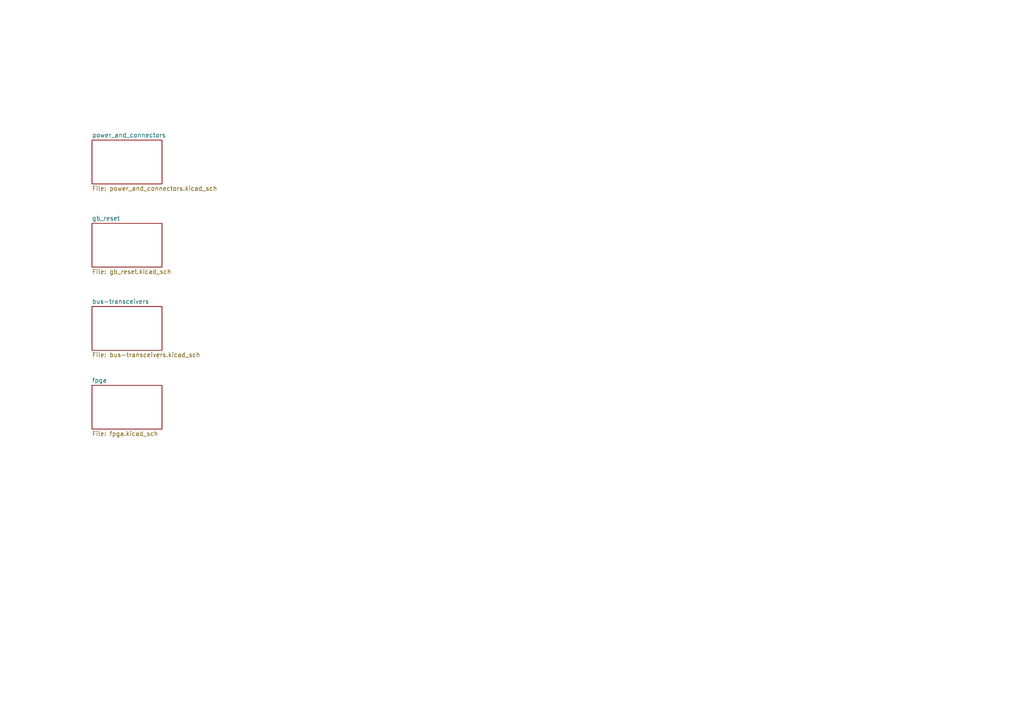
<source format=kicad_sch>
(kicad_sch (version 20211123) (generator eeschema)

  (uuid e63e39d7-6ac0-4ffd-8aa3-1841a4541b55)

  (paper "A4")

  (lib_symbols
  )


  (sheet (at 26.67 40.64) (size 20.32 12.7) (fields_autoplaced)
    (stroke (width 0.1524) (type solid) (color 0 0 0 0))
    (fill (color 0 0 0 0.0000))
    (uuid 4ef07d45-f940-4cb6-bb96-2ddec13fd099)
    (property "Sheet name" "power_and_connectors" (id 0) (at 26.67 39.9284 0)
      (effects (font (size 1.27 1.27)) (justify left bottom))
    )
    (property "Sheet file" "power_and_connectors.kicad_sch" (id 1) (at 26.67 53.9246 0)
      (effects (font (size 1.27 1.27)) (justify left top))
    )
  )

  (sheet (at 26.67 88.9) (size 20.32 12.7) (fields_autoplaced)
    (stroke (width 0.1524) (type solid) (color 0 0 0 0))
    (fill (color 0 0 0 0.0000))
    (uuid 67020394-371c-451d-9641-dd6c212cfc5e)
    (property "Sheet name" "bus-transceivers" (id 0) (at 26.67 88.1884 0)
      (effects (font (size 1.27 1.27)) (justify left bottom))
    )
    (property "Sheet file" "bus-transceivers.kicad_sch" (id 1) (at 26.67 102.1846 0)
      (effects (font (size 1.27 1.27)) (justify left top))
    )
  )

  (sheet (at 26.67 64.77) (size 20.32 12.7) (fields_autoplaced)
    (stroke (width 0.1524) (type solid) (color 0 0 0 0))
    (fill (color 0 0 0 0.0000))
    (uuid 76bc839d-93e8-4c60-b95d-ac552335ae99)
    (property "Sheet name" "gb_reset" (id 0) (at 26.67 64.0584 0)
      (effects (font (size 1.27 1.27)) (justify left bottom))
    )
    (property "Sheet file" "gb_reset.kicad_sch" (id 1) (at 26.67 78.0546 0)
      (effects (font (size 1.27 1.27)) (justify left top))
    )
  )

  (sheet (at 26.67 111.76) (size 20.32 12.7) (fields_autoplaced)
    (stroke (width 0.1524) (type solid) (color 0 0 0 0))
    (fill (color 0 0 0 0.0000))
    (uuid 89c162de-8374-4cb6-9c74-abac2a052a8d)
    (property "Sheet name" "fpga" (id 0) (at 26.67 111.0484 0)
      (effects (font (size 1.27 1.27)) (justify left bottom))
    )
    (property "Sheet file" "fpga.kicad_sch" (id 1) (at 26.67 125.0446 0)
      (effects (font (size 1.27 1.27)) (justify left top))
    )
  )

  (sheet_instances
    (path "/" (page "1"))
    (path "/4ef07d45-f940-4cb6-bb96-2ddec13fd099" (page "2"))
    (path "/76bc839d-93e8-4c60-b95d-ac552335ae99" (page "3"))
    (path "/67020394-371c-451d-9641-dd6c212cfc5e" (page "4"))
    (path "/89c162de-8374-4cb6-9c74-abac2a052a8d" (page "5"))
  )

  (symbol_instances
    (path "/4ef07d45-f940-4cb6-bb96-2ddec13fd099/abce1f8a-c899-4c54-bc0a-d151dd2ea379"
      (reference "#PWR01") (unit 1) (value "GND") (footprint "")
    )
    (path "/4ef07d45-f940-4cb6-bb96-2ddec13fd099/329b6ec3-bab9-46aa-ad8b-3119c6de4a40"
      (reference "#PWR02") (unit 1) (value "+5V") (footprint "")
    )
    (path "/4ef07d45-f940-4cb6-bb96-2ddec13fd099/e5213f49-ae70-4e6b-9707-62423def5ab0"
      (reference "#PWR03") (unit 1) (value "GND") (footprint "")
    )
    (path "/4ef07d45-f940-4cb6-bb96-2ddec13fd099/b4a44bee-ae2f-4e0d-a41d-0288a45530be"
      (reference "#PWR04") (unit 1) (value "GND") (footprint "")
    )
    (path "/4ef07d45-f940-4cb6-bb96-2ddec13fd099/f5d0d74b-e372-4fad-a77c-6c2dfbdfa801"
      (reference "#PWR05") (unit 1) (value "GND") (footprint "")
    )
    (path "/4ef07d45-f940-4cb6-bb96-2ddec13fd099/f82626d3-2e0c-48d8-8209-8d57659ce13f"
      (reference "#PWR06") (unit 1) (value "GND") (footprint "")
    )
    (path "/4ef07d45-f940-4cb6-bb96-2ddec13fd099/bafa4aa2-3c3c-4fd2-aabf-55ab11060241"
      (reference "#PWR07") (unit 1) (value "GND") (footprint "")
    )
    (path "/4ef07d45-f940-4cb6-bb96-2ddec13fd099/10f03a33-883a-4f56-a1af-4eb0b057a803"
      (reference "#PWR08") (unit 1) (value "GND") (footprint "")
    )
    (path "/4ef07d45-f940-4cb6-bb96-2ddec13fd099/c73f14d5-6378-4357-a610-14b16210138e"
      (reference "#PWR09") (unit 1) (value "+5V") (footprint "")
    )
    (path "/4ef07d45-f940-4cb6-bb96-2ddec13fd099/bd004dce-9632-4100-b819-18cf6401b866"
      (reference "#PWR010") (unit 1) (value "GND") (footprint "")
    )
    (path "/4ef07d45-f940-4cb6-bb96-2ddec13fd099/ddf66a91-4dcb-4b78-8ca9-b4f7999bca31"
      (reference "#PWR011") (unit 1) (value "+5V") (footprint "")
    )
    (path "/4ef07d45-f940-4cb6-bb96-2ddec13fd099/ec844b32-d8ea-43c7-be67-5cddd11275ea"
      (reference "#PWR012") (unit 1) (value "GND") (footprint "")
    )
    (path "/4ef07d45-f940-4cb6-bb96-2ddec13fd099/343b07b5-fa0e-4b61-8606-3c42cd09be5f"
      (reference "#PWR013") (unit 1) (value "GND") (footprint "")
    )
    (path "/4ef07d45-f940-4cb6-bb96-2ddec13fd099/897899db-a5d1-4938-be14-5585e104f149"
      (reference "#PWR014") (unit 1) (value "GND") (footprint "")
    )
    (path "/4ef07d45-f940-4cb6-bb96-2ddec13fd099/4211b3a5-30a3-45d5-a45d-1da51332847d"
      (reference "#PWR015") (unit 1) (value "GND") (footprint "")
    )
    (path "/4ef07d45-f940-4cb6-bb96-2ddec13fd099/0d9acc35-2699-451a-8f08-8a0d2048adb8"
      (reference "#PWR016") (unit 1) (value "+1V8") (footprint "")
    )
    (path "/4ef07d45-f940-4cb6-bb96-2ddec13fd099/bccd66ae-2e08-44fd-898e-cab0ffea09d9"
      (reference "#PWR017") (unit 1) (value "GND") (footprint "")
    )
    (path "/4ef07d45-f940-4cb6-bb96-2ddec13fd099/4f93363b-5972-45ac-8ea7-e0498c637d07"
      (reference "#PWR018") (unit 1) (value "GND") (footprint "")
    )
    (path "/4ef07d45-f940-4cb6-bb96-2ddec13fd099/502bada3-bbc3-4a40-9cb8-e93804209e3a"
      (reference "#PWR019") (unit 1) (value "GND") (footprint "")
    )
    (path "/4ef07d45-f940-4cb6-bb96-2ddec13fd099/58a443b5-b33b-4331-afab-484343e2188d"
      (reference "#PWR020") (unit 1) (value "+1V2") (footprint "")
    )
    (path "/4ef07d45-f940-4cb6-bb96-2ddec13fd099/2e268217-9f2f-482c-8d8b-46404ec91e35"
      (reference "#PWR021") (unit 1) (value "GND") (footprint "")
    )
    (path "/4ef07d45-f940-4cb6-bb96-2ddec13fd099/78e66020-6f05-4984-93df-5e57cee27254"
      (reference "#PWR022") (unit 1) (value "GND") (footprint "")
    )
    (path "/4ef07d45-f940-4cb6-bb96-2ddec13fd099/3489dbcc-657e-4173-89fa-66b6ace8d8db"
      (reference "#PWR023") (unit 1) (value "GND") (footprint "")
    )
    (path "/4ef07d45-f940-4cb6-bb96-2ddec13fd099/4d422f5b-19c0-4393-ad1d-626758dcf6d1"
      (reference "#PWR024") (unit 1) (value "GND") (footprint "")
    )
    (path "/4ef07d45-f940-4cb6-bb96-2ddec13fd099/05710962-5a97-4f68-95da-61f7c3f80b86"
      (reference "#PWR025") (unit 1) (value "GND") (footprint "")
    )
    (path "/4ef07d45-f940-4cb6-bb96-2ddec13fd099/5ed8d2bf-696f-456d-a7ef-273cb3b5f5dc"
      (reference "#PWR026") (unit 1) (value "+3V3") (footprint "")
    )
    (path "/4ef07d45-f940-4cb6-bb96-2ddec13fd099/eef10eb6-644b-4315-8985-b3887506fe07"
      (reference "#PWR027") (unit 1) (value "GND") (footprint "")
    )
    (path "/4ef07d45-f940-4cb6-bb96-2ddec13fd099/f0f3907b-44e3-4106-9f24-d8ce836b6bb0"
      (reference "#PWR028") (unit 1) (value "+5V") (footprint "")
    )
    (path "/4ef07d45-f940-4cb6-bb96-2ddec13fd099/3bc24d10-b3eb-4abe-836d-a8521ccc4341"
      (reference "#PWR029") (unit 1) (value "GND") (footprint "")
    )
    (path "/76bc839d-93e8-4c60-b95d-ac552335ae99/d8d1e33e-6ff7-4ecd-b9c2-abdea3f65b40"
      (reference "#PWR030") (unit 1) (value "GND") (footprint "")
    )
    (path "/76bc839d-93e8-4c60-b95d-ac552335ae99/1060ba09-7362-436d-91a5-77fadf9190aa"
      (reference "#PWR031") (unit 1) (value "+3V3") (footprint "")
    )
    (path "/67020394-371c-451d-9641-dd6c212cfc5e/b6330c38-1139-47e6-8f80-428d4e3ec69a"
      (reference "#PWR032") (unit 1) (value "+3V3") (footprint "")
    )
    (path "/67020394-371c-451d-9641-dd6c212cfc5e/89e66498-d591-4638-a3d9-0611c2a90ae8"
      (reference "#PWR033") (unit 1) (value "+3V3") (footprint "")
    )
    (path "/67020394-371c-451d-9641-dd6c212cfc5e/98af2921-fb6b-467c-acd3-fd9e06c6fdcc"
      (reference "#PWR034") (unit 1) (value "GND") (footprint "")
    )
    (path "/67020394-371c-451d-9641-dd6c212cfc5e/5eca4057-84b7-4be7-acd8-e64160177ccf"
      (reference "#PWR035") (unit 1) (value "GND") (footprint "")
    )
    (path "/67020394-371c-451d-9641-dd6c212cfc5e/625393d7-51aa-472f-8cf4-abaa9cfa5930"
      (reference "#PWR036") (unit 1) (value "+3V3") (footprint "")
    )
    (path "/67020394-371c-451d-9641-dd6c212cfc5e/8bb056ec-9a33-440b-a0a3-4dca2451ffcc"
      (reference "#PWR037") (unit 1) (value "GND") (footprint "")
    )
    (path "/67020394-371c-451d-9641-dd6c212cfc5e/ffc591ca-aed3-40b9-912e-2d453f114eae"
      (reference "#PWR038") (unit 1) (value "+3V3") (footprint "")
    )
    (path "/67020394-371c-451d-9641-dd6c212cfc5e/ef523aef-18e1-47f1-a6f7-c43a58e318e1"
      (reference "#PWR039") (unit 1) (value "GND") (footprint "")
    )
    (path "/67020394-371c-451d-9641-dd6c212cfc5e/ae89e159-ae2d-421a-b5a9-08393b92cf3f"
      (reference "#PWR040") (unit 1) (value "+3V3") (footprint "")
    )
    (path "/67020394-371c-451d-9641-dd6c212cfc5e/52e26291-ddad-48a3-a1ff-0e8777859de8"
      (reference "#PWR041") (unit 1) (value "GND") (footprint "")
    )
    (path "/67020394-371c-451d-9641-dd6c212cfc5e/b0a77381-e093-41e1-9273-2b1aad061f5f"
      (reference "#PWR042") (unit 1) (value "GND") (footprint "")
    )
    (path "/67020394-371c-451d-9641-dd6c212cfc5e/8a99579f-5392-4cfd-872b-04f9d9171639"
      (reference "#PWR043") (unit 1) (value "+3V3") (footprint "")
    )
    (path "/4ef07d45-f940-4cb6-bb96-2ddec13fd099/1b8d5810-67b5-41f5-a4e9-e6c2cc9fec50"
      (reference "A1") (unit 1) (value "GBC_Cart") (footprint "Boards:GBC_Cart")
    )
    (path "/4ef07d45-f940-4cb6-bb96-2ddec13fd099/fd015f0a-0a40-4f15-9862-fbd574b0a42c"
      (reference "C1") (unit 1) (value "10u") (footprint "")
    )
    (path "/4ef07d45-f940-4cb6-bb96-2ddec13fd099/2da9e123-ceab-4d81-9018-678b489ded9c"
      (reference "C2") (unit 1) (value "10n") (footprint "")
    )
    (path "/4ef07d45-f940-4cb6-bb96-2ddec13fd099/5262f189-0a73-4df9-b1e9-968ab3843094"
      (reference "C3") (unit 1) (value "2n7") (footprint "")
    )
    (path "/4ef07d45-f940-4cb6-bb96-2ddec13fd099/0c0c8ae3-dfea-4cc3-9bdc-c2dcb7150f88"
      (reference "C4") (unit 1) (value "47n") (footprint "")
    )
    (path "/4ef07d45-f940-4cb6-bb96-2ddec13fd099/e45bde6b-6e64-4e40-ae94-5dab729c5e38"
      (reference "C5") (unit 1) (value "10u") (footprint "")
    )
    (path "/4ef07d45-f940-4cb6-bb96-2ddec13fd099/a73edb33-051f-49c9-8988-18a7b93b7eef"
      (reference "C6") (unit 1) (value "10u") (footprint "")
    )
    (path "/4ef07d45-f940-4cb6-bb96-2ddec13fd099/a423a06e-9184-4d10-a635-047da5382dc6"
      (reference "C7") (unit 1) (value "10u") (footprint "")
    )
    (path "/4ef07d45-f940-4cb6-bb96-2ddec13fd099/ebd9030e-b8ba-4caa-a057-17c496f262f6"
      (reference "C8") (unit 1) (value "22u") (footprint "")
    )
    (path "/4ef07d45-f940-4cb6-bb96-2ddec13fd099/f270343e-b3d8-4b29-ba5c-d4abf93597ec"
      (reference "C9") (unit 1) (value "47n") (footprint "")
    )
    (path "/4ef07d45-f940-4cb6-bb96-2ddec13fd099/d64e370f-e2bd-4064-950f-83f46df7bb61"
      (reference "C10") (unit 1) (value "22u") (footprint "")
    )
    (path "/4ef07d45-f940-4cb6-bb96-2ddec13fd099/0ec4bcf3-e826-4834-be4d-b2752f0c2777"
      (reference "C11") (unit 1) (value "47n") (footprint "")
    )
    (path "/4ef07d45-f940-4cb6-bb96-2ddec13fd099/414383e9-27fa-43de-9974-d8d318075a13"
      (reference "C12") (unit 1) (value "22u") (footprint "")
    )
    (path "/4ef07d45-f940-4cb6-bb96-2ddec13fd099/e8de251a-63d5-4198-9ab2-822081528e2a"
      (reference "C13") (unit 1) (value "22u") (footprint "")
    )
    (path "/4ef07d45-f940-4cb6-bb96-2ddec13fd099/23eef575-78ac-40b8-b251-13a5d404ce8d"
      (reference "C14") (unit 1) (value "2n7") (footprint "")
    )
    (path "/4ef07d45-f940-4cb6-bb96-2ddec13fd099/d6c18697-8728-4bd3-99b0-1dcf431d7bc4"
      (reference "C15") (unit 1) (value "22u") (footprint "")
    )
    (path "/4ef07d45-f940-4cb6-bb96-2ddec13fd099/58203e25-4c43-4ef3-8dfa-b872474e41ae"
      (reference "C16") (unit 1) (value "22u") (footprint "")
    )
    (path "/4ef07d45-f940-4cb6-bb96-2ddec13fd099/384dd60e-307b-430d-a678-ed416842e453"
      (reference "C17") (unit 1) (value "2n7") (footprint "")
    )
    (path "/67020394-371c-451d-9641-dd6c212cfc5e/3cc0edd5-36b8-41c4-aeea-eae25cb494ac"
      (reference "C18") (unit 1) (value "0.022uF") (footprint "")
    )
    (path "/67020394-371c-451d-9641-dd6c212cfc5e/bec800a5-6df5-45a4-a415-cd71045b7da2"
      (reference "C19") (unit 1) (value "0.022uF") (footprint "")
    )
    (path "/67020394-371c-451d-9641-dd6c212cfc5e/c7ea66d5-a47a-420c-95c5-e30df211b2d8"
      (reference "C20") (unit 1) (value "0.022uF") (footprint "")
    )
    (path "/67020394-371c-451d-9641-dd6c212cfc5e/7b652e52-48da-4417-a20d-648d8af36e1c"
      (reference "C21") (unit 1) (value "0.022uF") (footprint "")
    )
    (path "/67020394-371c-451d-9641-dd6c212cfc5e/2346340a-7430-4d1b-9e96-f9d2253ee5b3"
      (reference "C22") (unit 1) (value "0.022uF") (footprint "")
    )
    (path "/67020394-371c-451d-9641-dd6c212cfc5e/6f1d11eb-2345-493b-b910-69fc110e62e7"
      (reference "C23") (unit 1) (value "0.022uF") (footprint "")
    )
    (path "/67020394-371c-451d-9641-dd6c212cfc5e/5bd6a341-5a22-4512-bb70-af25fdd189f0"
      (reference "C24") (unit 1) (value "0.022uF") (footprint "")
    )
    (path "/67020394-371c-451d-9641-dd6c212cfc5e/97bdfb52-ab6f-4344-9878-223f7f566322"
      (reference "C25") (unit 1) (value "0.022uF") (footprint "")
    )
    (path "/89c162de-8374-4cb6-9c74-abac2a052a8d/779a694e-7da6-4a21-b5eb-83d9a87bedcf"
      (reference "IC?") (unit 1) (value "LFXP2-8E-5MN132C") (footprint "BGA132C50P14X14_800X800X135")
    )
    (path "/4ef07d45-f940-4cb6-bb96-2ddec13fd099/42ea6df8-6ad7-4a48-a860-9865d99a1cf3"
      (reference "L1") (unit 1) (value "10u") (footprint "Inductor_SMD:L_1008_2520Metric")
    )
    (path "/4ef07d45-f940-4cb6-bb96-2ddec13fd099/f456bb41-a52c-47c4-876b-ec35adc6b679"
      (reference "L2") (unit 1) (value "10u") (footprint "Inductor_SMD:L_1008_2520Metric")
    )
    (path "/4ef07d45-f940-4cb6-bb96-2ddec13fd099/0cf4f7b3-eea8-4a0f-b4df-18c6b1ff2b26"
      (reference "L3") (unit 1) (value "10u") (footprint "Inductor_SMD:L_1008_2520Metric")
    )
    (path "/4ef07d45-f940-4cb6-bb96-2ddec13fd099/f53b7907-1088-4bb4-86d8-42c02cf0df57"
      (reference "R1") (unit 1) (value "56K") (footprint "")
    )
    (path "/4ef07d45-f940-4cb6-bb96-2ddec13fd099/fdd2490c-3c9d-49df-87ca-e5090309e0e8"
      (reference "R2") (unit 1) (value "20K") (footprint "")
    )
    (path "/4ef07d45-f940-4cb6-bb96-2ddec13fd099/e7cdb281-e50a-438c-aa04-0177567cb623"
      (reference "R3") (unit 1) (value "10K") (footprint "")
    )
    (path "/4ef07d45-f940-4cb6-bb96-2ddec13fd099/deb56956-62a0-435c-a4d7-1d6345c8d313"
      (reference "R4") (unit 1) (value "100K") (footprint "")
    )
    (path "/4ef07d45-f940-4cb6-bb96-2ddec13fd099/654d661c-a73e-404f-903f-f800c346176d"
      (reference "R5") (unit 1) (value "10K") (footprint "")
    )
    (path "/4ef07d45-f940-4cb6-bb96-2ddec13fd099/1d61376d-051d-4928-8d26-4ca923b57bef"
      (reference "R6") (unit 1) (value "10K") (footprint "")
    )
    (path "/4ef07d45-f940-4cb6-bb96-2ddec13fd099/08f74ac5-1817-41d2-acc0-70c55c30d5ee"
      (reference "R7") (unit 1) (value "50K") (footprint "")
    )
    (path "/4ef07d45-f940-4cb6-bb96-2ddec13fd099/2bb9508f-5081-4be6-aaaf-77c396659b38"
      (reference "R8") (unit 1) (value "39K") (footprint "")
    )
    (path "/4ef07d45-f940-4cb6-bb96-2ddec13fd099/dd488ced-c647-459d-a9ca-185bcc540ad0"
      (reference "R9") (unit 1) (value "45K3") (footprint "")
    )
    (path "/4ef07d45-f940-4cb6-bb96-2ddec13fd099/ffe327c7-1f3f-4361-8ba7-80c1f6e7e998"
      (reference "R10") (unit 1) (value "10K") (footprint "")
    )
    (path "/76bc839d-93e8-4c60-b95d-ac552335ae99/dcf8c482-9eee-4235-9ac4-1c22f453249c"
      (reference "R11") (unit 1) (value "15K") (footprint "")
    )
    (path "/4ef07d45-f940-4cb6-bb96-2ddec13fd099/1f17bc6d-9179-47ee-8555-fc3990f04467"
      (reference "R?") (unit 1) (value "50K") (footprint "")
    )
    (path "/4ef07d45-f940-4cb6-bb96-2ddec13fd099/e190d083-d82d-481a-a7b8-1c8c0afec670"
      (reference "U1") (unit 1) (value "TPS65266-1RHBR") (footprint "QFN50P500X500X100-33N-D")
    )
    (path "/76bc839d-93e8-4c60-b95d-ac552335ae99/4ac21eec-4871-494e-81dc-4764ce424ca8"
      (reference "U2") (unit 1) (value "SN74LV1T34DCKR") (footprint "SOT65P210X110-5N")
    )
    (path "/67020394-371c-451d-9641-dd6c212cfc5e/101ffd1d-9141-4928-b5bc-dcdf44333a0a"
      (reference "U3") (unit 1) (value "SN74AVC16827DGGR") (footprint "")
    )
    (path "/67020394-371c-451d-9641-dd6c212cfc5e/a4ff98b7-2723-49a4-abd8-1571cce7f93e"
      (reference "U4") (unit 1) (value "SN74AVC16827DGGR") (footprint "")
    )
  )
)

</source>
